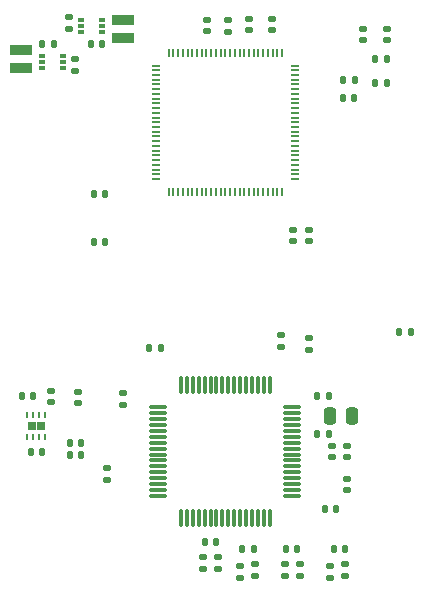
<source format=gbr>
%TF.GenerationSoftware,KiCad,Pcbnew,(6.0.7)*%
%TF.CreationDate,2022-09-29T10:24:13-07:00*%
%TF.ProjectId,sulu_ads1299,73756c75-5f61-4647-9331-3239392e6b69,rev?*%
%TF.SameCoordinates,Original*%
%TF.FileFunction,Paste,Top*%
%TF.FilePolarity,Positive*%
%FSLAX46Y46*%
G04 Gerber Fmt 4.6, Leading zero omitted, Abs format (unit mm)*
G04 Created by KiCad (PCBNEW (6.0.7)) date 2022-09-29 10:24:13*
%MOMM*%
%LPD*%
G01*
G04 APERTURE LIST*
G04 Aperture macros list*
%AMRoundRect*
0 Rectangle with rounded corners*
0 $1 Rounding radius*
0 $2 $3 $4 $5 $6 $7 $8 $9 X,Y pos of 4 corners*
0 Add a 4 corners polygon primitive as box body*
4,1,4,$2,$3,$4,$5,$6,$7,$8,$9,$2,$3,0*
0 Add four circle primitives for the rounded corners*
1,1,$1+$1,$2,$3*
1,1,$1+$1,$4,$5*
1,1,$1+$1,$6,$7*
1,1,$1+$1,$8,$9*
0 Add four rect primitives between the rounded corners*
20,1,$1+$1,$2,$3,$4,$5,0*
20,1,$1+$1,$4,$5,$6,$7,0*
20,1,$1+$1,$6,$7,$8,$9,0*
20,1,$1+$1,$8,$9,$2,$3,0*%
G04 Aperture macros list end*
%ADD10RoundRect,0.140000X0.170000X-0.140000X0.170000X0.140000X-0.170000X0.140000X-0.170000X-0.140000X0*%
%ADD11RoundRect,0.140000X-0.140000X-0.170000X0.140000X-0.170000X0.140000X0.170000X-0.140000X0.170000X0*%
%ADD12RoundRect,0.135000X0.185000X-0.135000X0.185000X0.135000X-0.185000X0.135000X-0.185000X-0.135000X0*%
%ADD13RoundRect,0.140000X0.140000X0.170000X-0.140000X0.170000X-0.140000X-0.170000X0.140000X-0.170000X0*%
%ADD14R,0.650000X0.750000*%
%ADD15R,0.250000X0.500000*%
%ADD16RoundRect,0.140000X-0.170000X0.140000X-0.170000X-0.140000X0.170000X-0.140000X0.170000X0.140000X0*%
%ADD17RoundRect,0.135000X0.135000X0.185000X-0.135000X0.185000X-0.135000X-0.185000X0.135000X-0.185000X0*%
%ADD18R,0.500000X0.300000*%
%ADD19RoundRect,0.135000X-0.135000X-0.185000X0.135000X-0.185000X0.135000X0.185000X-0.135000X0.185000X0*%
%ADD20RoundRect,0.135000X-0.185000X0.135000X-0.185000X-0.135000X0.185000X-0.135000X0.185000X0.135000X0*%
%ADD21RoundRect,0.075000X0.075000X-0.662500X0.075000X0.662500X-0.075000X0.662500X-0.075000X-0.662500X0*%
%ADD22RoundRect,0.075000X0.662500X-0.075000X0.662500X0.075000X-0.662500X0.075000X-0.662500X-0.075000X0*%
%ADD23O,0.800000X0.200000*%
%ADD24O,0.200000X0.800000*%
%ADD25R,1.900000X0.850000*%
%ADD26RoundRect,0.250000X-0.250000X-0.475000X0.250000X-0.475000X0.250000X0.475000X-0.250000X0.475000X0*%
G04 APERTURE END LIST*
D10*
%TO.C,C26*%
X81788000Y-92329000D03*
X81788000Y-91369000D03*
%TD*%
D11*
%TO.C,C23*%
X106477000Y-66548000D03*
X107437000Y-66548000D03*
%TD*%
D12*
%TO.C,R7*%
X94615000Y-106430000D03*
X94615000Y-105410000D03*
%TD*%
%TO.C,R9*%
X97790000Y-107190000D03*
X97790000Y-106170000D03*
%TD*%
D10*
%TO.C,C15*%
X106779000Y-99794000D03*
X106779000Y-98834000D03*
%TD*%
D13*
%TO.C,C25*%
X86332000Y-78740000D03*
X85372000Y-78740000D03*
%TD*%
D12*
%TO.C,R14*%
X106680000Y-107065000D03*
X106680000Y-106045000D03*
%TD*%
D14*
%TO.C,U3*%
X80118000Y-94361000D03*
X80918000Y-94361000D03*
D15*
X79768000Y-95311000D03*
X80268000Y-95311000D03*
X80768000Y-95311000D03*
X81268000Y-95311000D03*
X81268000Y-93411000D03*
X80768000Y-93411000D03*
X80268000Y-93411000D03*
X79768000Y-93411000D03*
%TD*%
D10*
%TO.C,C5*%
X94996000Y-60932000D03*
X94996000Y-59972000D03*
%TD*%
D13*
%TO.C,C24*%
X86355000Y-74676000D03*
X85395000Y-74676000D03*
%TD*%
D16*
%TO.C,C2*%
X110236000Y-60711000D03*
X110236000Y-61671000D03*
%TD*%
%TO.C,C22*%
X100457000Y-59868000D03*
X100457000Y-60828000D03*
%TD*%
D17*
%TO.C,R3*%
X110215000Y-63246000D03*
X109195000Y-63246000D03*
%TD*%
D16*
%TO.C,C_1.8_IN1*%
X83820000Y-63297000D03*
X83820000Y-64257000D03*
%TD*%
D12*
%TO.C,R12*%
X102870000Y-107065000D03*
X102870000Y-106045000D03*
%TD*%
%TO.C,R11*%
X101600000Y-107065000D03*
X101600000Y-106045000D03*
%TD*%
D18*
%TO.C,U2*%
X86106000Y-60960000D03*
X86106000Y-60460000D03*
X86106000Y-59960000D03*
X84306000Y-59960000D03*
X84306000Y-60460000D03*
X84306000Y-60960000D03*
%TD*%
D11*
%TO.C,C14*%
X104930000Y-101346000D03*
X105890000Y-101346000D03*
%TD*%
D12*
%TO.C,R13*%
X105410000Y-107190000D03*
X105410000Y-106170000D03*
%TD*%
D19*
%TO.C,R4*%
X109195000Y-65278000D03*
X110215000Y-65278000D03*
%TD*%
D16*
%TO.C,C21*%
X98552000Y-59868000D03*
X98552000Y-60828000D03*
%TD*%
D13*
%TO.C,C6*%
X80264000Y-91821000D03*
X79304000Y-91821000D03*
%TD*%
D12*
%TO.C,R8*%
X95885000Y-106430000D03*
X95885000Y-105410000D03*
%TD*%
D20*
%TO.C,R2*%
X103632000Y-86866000D03*
X103632000Y-87886000D03*
%TD*%
D16*
%TO.C,C11*%
X87884000Y-91595000D03*
X87884000Y-92555000D03*
%TD*%
D10*
%TO.C,C13*%
X106807000Y-97000000D03*
X106807000Y-96040000D03*
%TD*%
D20*
%TO.C,R1*%
X101219000Y-86612000D03*
X101219000Y-87632000D03*
%TD*%
D10*
%TO.C,C12*%
X105537000Y-97000000D03*
X105537000Y-96040000D03*
%TD*%
D18*
%TO.C,U1*%
X81004000Y-63008000D03*
X81004000Y-63508000D03*
X81004000Y-64008000D03*
X82804000Y-64008000D03*
X82804000Y-63508000D03*
X82804000Y-63008000D03*
%TD*%
D20*
%TO.C,R5*%
X96774000Y-59965000D03*
X96774000Y-60985000D03*
%TD*%
D11*
%TO.C,C29*%
X94770000Y-104140000D03*
X95730000Y-104140000D03*
%TD*%
D13*
%TO.C,C17*%
X84300000Y-96774000D03*
X83340000Y-96774000D03*
%TD*%
D21*
%TO.C,U4*%
X92765000Y-102182500D03*
X93265000Y-102182500D03*
X93765000Y-102182500D03*
X94265000Y-102182500D03*
X94765000Y-102182500D03*
X95265000Y-102182500D03*
X95765000Y-102182500D03*
X96265000Y-102182500D03*
X96765000Y-102182500D03*
X97265000Y-102182500D03*
X97765000Y-102182500D03*
X98265000Y-102182500D03*
X98765000Y-102182500D03*
X99265000Y-102182500D03*
X99765000Y-102182500D03*
X100265000Y-102182500D03*
D22*
X102177500Y-100270000D03*
X102177500Y-99770000D03*
X102177500Y-99270000D03*
X102177500Y-98770000D03*
X102177500Y-98270000D03*
X102177500Y-97770000D03*
X102177500Y-97270000D03*
X102177500Y-96770000D03*
X102177500Y-96270000D03*
X102177500Y-95770000D03*
X102177500Y-95270000D03*
X102177500Y-94770000D03*
X102177500Y-94270000D03*
X102177500Y-93770000D03*
X102177500Y-93270000D03*
X102177500Y-92770000D03*
D21*
X100265000Y-90857500D03*
X99765000Y-90857500D03*
X99265000Y-90857500D03*
X98765000Y-90857500D03*
X98265000Y-90857500D03*
X97765000Y-90857500D03*
X97265000Y-90857500D03*
X96765000Y-90857500D03*
X96265000Y-90857500D03*
X95765000Y-90857500D03*
X95265000Y-90857500D03*
X94765000Y-90857500D03*
X94265000Y-90857500D03*
X93765000Y-90857500D03*
X93265000Y-90857500D03*
X92765000Y-90857500D03*
D22*
X90852500Y-92770000D03*
X90852500Y-93270000D03*
X90852500Y-93770000D03*
X90852500Y-94270000D03*
X90852500Y-94770000D03*
X90852500Y-95270000D03*
X90852500Y-95770000D03*
X90852500Y-96270000D03*
X90852500Y-96770000D03*
X90852500Y-97270000D03*
X90852500Y-97770000D03*
X90852500Y-98270000D03*
X90852500Y-98770000D03*
X90852500Y-99270000D03*
X90852500Y-99770000D03*
X90852500Y-100270000D03*
%TD*%
D13*
%TO.C,C18*%
X84300000Y-95758000D03*
X83340000Y-95758000D03*
%TD*%
%TO.C,C7*%
X80998000Y-96520000D03*
X80038000Y-96520000D03*
%TD*%
D23*
%TO.C,U5*%
X90620000Y-63838000D03*
X90620000Y-64238000D03*
X90620000Y-64638000D03*
X90620000Y-65038000D03*
X90620000Y-65438000D03*
X90620000Y-65838000D03*
X90620000Y-66238000D03*
X90620000Y-66638000D03*
X90620000Y-67038000D03*
X90620000Y-67438000D03*
X90620000Y-67838000D03*
X90620000Y-68238000D03*
X90620000Y-68638000D03*
X90620000Y-69038000D03*
X90620000Y-69438000D03*
X90620000Y-69838000D03*
X90620000Y-70238000D03*
X90620000Y-70638000D03*
X90620000Y-71038000D03*
X90620000Y-71438000D03*
X90620000Y-71838000D03*
X90620000Y-72238000D03*
X90620000Y-72638000D03*
X90620000Y-73038000D03*
X90620000Y-73438000D03*
D24*
X91720000Y-74538000D03*
X92120000Y-74538000D03*
X92520000Y-74538000D03*
X92920000Y-74538000D03*
X93320000Y-74538000D03*
X93720000Y-74538000D03*
X94120000Y-74538000D03*
X94520000Y-74538000D03*
X94920000Y-74538000D03*
X95320000Y-74538000D03*
X95720000Y-74538000D03*
X96120000Y-74538000D03*
X96520000Y-74538000D03*
X96920000Y-74538000D03*
X97320000Y-74538000D03*
X97720000Y-74538000D03*
X98120000Y-74538000D03*
X98520000Y-74538000D03*
X98920000Y-74538000D03*
X99320000Y-74538000D03*
X99720000Y-74538000D03*
X100120000Y-74538000D03*
X100520000Y-74538000D03*
X100920000Y-74538000D03*
X101320000Y-74538000D03*
D23*
X102420000Y-73438000D03*
X102420000Y-73038000D03*
X102420000Y-72638000D03*
X102420000Y-72238000D03*
X102420000Y-71838000D03*
X102420000Y-71438000D03*
X102420000Y-71038000D03*
X102420000Y-70638000D03*
X102420000Y-70238000D03*
X102420000Y-69838000D03*
X102420000Y-69438000D03*
X102420000Y-69038000D03*
X102420000Y-68638000D03*
X102420000Y-68238000D03*
X102420000Y-67838000D03*
X102420000Y-67438000D03*
X102420000Y-67038000D03*
X102420000Y-66638000D03*
X102420000Y-66238000D03*
X102420000Y-65838000D03*
X102420000Y-65438000D03*
X102420000Y-65038000D03*
X102420000Y-64638000D03*
X102420000Y-64238000D03*
X102420000Y-63838000D03*
D24*
X101320000Y-62738000D03*
X100920000Y-62738000D03*
X100520000Y-62738000D03*
X100120000Y-62738000D03*
X99720000Y-62738000D03*
X99320000Y-62738000D03*
X98920000Y-62738000D03*
X98520000Y-62738000D03*
X98120000Y-62738000D03*
X97720000Y-62738000D03*
X97320000Y-62738000D03*
X96920000Y-62738000D03*
X96520000Y-62738000D03*
X96120000Y-62738000D03*
X95720000Y-62738000D03*
X95320000Y-62738000D03*
X94920000Y-62738000D03*
X94520000Y-62738000D03*
X94120000Y-62738000D03*
X93720000Y-62738000D03*
X93320000Y-62738000D03*
X92920000Y-62738000D03*
X92520000Y-62738000D03*
X92120000Y-62738000D03*
X91720000Y-62738000D03*
%TD*%
D13*
%TO.C,C10*%
X91031000Y-87757000D03*
X90071000Y-87757000D03*
%TD*%
D16*
%TO.C,C1*%
X108204000Y-60711000D03*
X108204000Y-61671000D03*
%TD*%
D13*
%TO.C,C_1.8_OUT1*%
X81991000Y-61976000D03*
X81031000Y-61976000D03*
%TD*%
D10*
%TO.C,C9*%
X86461600Y-98905000D03*
X86461600Y-97945000D03*
%TD*%
D25*
%TO.C,L2*%
X87884000Y-61468000D03*
X87884000Y-60018000D03*
%TD*%
D16*
%TO.C,C3*%
X102235000Y-77752000D03*
X102235000Y-78712000D03*
%TD*%
D11*
%TO.C,C27*%
X101656000Y-104775000D03*
X102616000Y-104775000D03*
%TD*%
D10*
%TO.C,C8*%
X84074000Y-92428000D03*
X84074000Y-91468000D03*
%TD*%
D26*
%TO.C,C20*%
X105349000Y-93472000D03*
X107249000Y-93472000D03*
%TD*%
D12*
%TO.C,R10*%
X99060000Y-107065000D03*
X99060000Y-106045000D03*
%TD*%
D11*
%TO.C,C_1.1_OUT1*%
X85141000Y-61976000D03*
X86101000Y-61976000D03*
%TD*%
D19*
%TO.C,R15*%
X111250000Y-86360000D03*
X112270000Y-86360000D03*
%TD*%
D11*
%TO.C,C19*%
X104295000Y-91821000D03*
X105255000Y-91821000D03*
%TD*%
%TO.C,C16*%
X104295000Y-94996000D03*
X105255000Y-94996000D03*
%TD*%
D19*
%TO.C,R6*%
X106447000Y-65024000D03*
X107467000Y-65024000D03*
%TD*%
D11*
%TO.C,C30*%
X97945000Y-104775000D03*
X98905000Y-104775000D03*
%TD*%
%TO.C,C28*%
X105720000Y-104775000D03*
X106680000Y-104775000D03*
%TD*%
D25*
%TO.C,L1*%
X79248000Y-62558000D03*
X79248000Y-64008000D03*
%TD*%
D10*
%TO.C,C_1.1_IN1*%
X83312000Y-60701000D03*
X83312000Y-59741000D03*
%TD*%
D16*
%TO.C,C4*%
X103632000Y-77752000D03*
X103632000Y-78712000D03*
%TD*%
M02*

</source>
